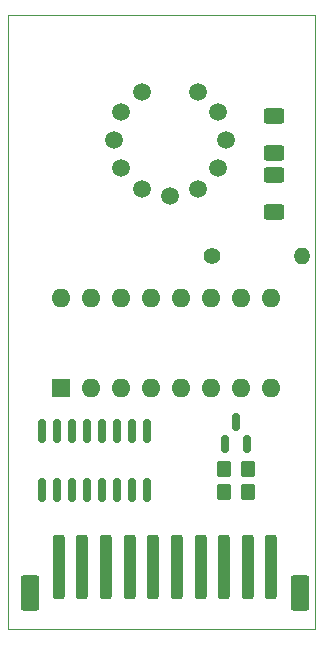
<source format=gbs>
G04 #@! TF.GenerationSoftware,KiCad,Pcbnew,(6.0.0)*
G04 #@! TF.CreationDate,2022-01-19T21:14:50+07:00*
G04 #@! TF.ProjectId,NixieClock,4e697869-6543-46c6-9f63-6b2e6b696361,rev?*
G04 #@! TF.SameCoordinates,Original*
G04 #@! TF.FileFunction,Soldermask,Bot*
G04 #@! TF.FilePolarity,Negative*
%FSLAX46Y46*%
G04 Gerber Fmt 4.6, Leading zero omitted, Abs format (unit mm)*
G04 Created by KiCad (PCBNEW (6.0.0)) date 2022-01-19 21:14:50*
%MOMM*%
%LPD*%
G01*
G04 APERTURE LIST*
G04 Aperture macros list*
%AMRoundRect*
0 Rectangle with rounded corners*
0 $1 Rounding radius*
0 $2 $3 $4 $5 $6 $7 $8 $9 X,Y pos of 4 corners*
0 Add a 4 corners polygon primitive as box body*
4,1,4,$2,$3,$4,$5,$6,$7,$8,$9,$2,$3,0*
0 Add four circle primitives for the rounded corners*
1,1,$1+$1,$2,$3*
1,1,$1+$1,$4,$5*
1,1,$1+$1,$6,$7*
1,1,$1+$1,$8,$9*
0 Add four rect primitives between the rounded corners*
20,1,$1+$1,$2,$3,$4,$5,0*
20,1,$1+$1,$4,$5,$6,$7,0*
20,1,$1+$1,$6,$7,$8,$9,0*
20,1,$1+$1,$8,$9,$2,$3,0*%
G04 Aperture macros list end*
G04 #@! TA.AperFunction,Profile*
%ADD10C,0.050000*%
G04 #@! TD*
%ADD11C,1.500000*%
%ADD12R,1.600000X1.600000*%
%ADD13O,1.600000X1.600000*%
%ADD14C,1.400000*%
%ADD15O,1.400000X1.400000*%
%ADD16RoundRect,0.150000X0.150000X-0.587500X0.150000X0.587500X-0.150000X0.587500X-0.150000X-0.587500X0*%
%ADD17RoundRect,0.250000X-0.350000X-0.450000X0.350000X-0.450000X0.350000X0.450000X-0.350000X0.450000X0*%
%ADD18RoundRect,0.250000X-0.250000X-2.500000X0.250000X-2.500000X0.250000X2.500000X-0.250000X2.500000X0*%
%ADD19RoundRect,0.250000X-0.550000X-1.250000X0.550000X-1.250000X0.550000X1.250000X-0.550000X1.250000X0*%
%ADD20RoundRect,0.150000X-0.150000X0.825000X-0.150000X-0.825000X0.150000X-0.825000X0.150000X0.825000X0*%
%ADD21RoundRect,0.250000X-0.625000X0.400000X-0.625000X-0.400000X0.625000X-0.400000X0.625000X0.400000X0*%
%ADD22RoundRect,0.250000X0.625000X-0.400000X0.625000X0.400000X-0.625000X0.400000X-0.625000X-0.400000X0*%
G04 APERTURE END LIST*
D10*
X45700000Y-80300000D02*
X19700000Y-80300000D01*
X19700000Y-80300000D02*
X19700000Y-28300000D01*
X19700000Y-28300000D02*
X45700000Y-28300000D01*
X45700000Y-28300000D02*
X45700000Y-80300000D01*
D11*
X31025000Y-34786000D03*
X29286190Y-36524671D03*
X28649671Y-38899810D03*
X29286000Y-41275000D03*
X31024671Y-43013810D03*
X33399810Y-43650329D03*
X35775000Y-43014000D03*
X37513810Y-41275329D03*
X38150329Y-38900190D03*
X37514000Y-36525000D03*
X35775329Y-34786190D03*
D12*
X24225000Y-59900000D03*
D13*
X26765000Y-59900000D03*
X29305000Y-59900000D03*
X31845000Y-59900000D03*
X34385000Y-59900000D03*
X36925000Y-59900000D03*
X39465000Y-59900000D03*
X42005000Y-59900000D03*
X42005000Y-52280000D03*
X39465000Y-52280000D03*
X36925000Y-52280000D03*
X34385000Y-52280000D03*
X31845000Y-52280000D03*
X29305000Y-52280000D03*
X26765000Y-52280000D03*
X24225000Y-52280000D03*
D14*
X36990000Y-48700000D03*
D15*
X44610000Y-48700000D03*
D16*
X39950000Y-64637500D03*
X38050000Y-64637500D03*
X39000000Y-62762500D03*
D17*
X38000000Y-68700000D03*
X40000000Y-68700000D03*
D18*
X24000000Y-75000000D03*
X26000000Y-75000000D03*
X28000000Y-75000000D03*
X30000000Y-75000000D03*
X32000000Y-75000000D03*
X34000000Y-75000000D03*
X36000000Y-75000000D03*
X38000000Y-75000000D03*
X40000000Y-75000000D03*
X42000000Y-75000000D03*
D19*
X21600000Y-77250000D03*
X44400000Y-77250000D03*
D17*
X38000000Y-66700000D03*
X40000000Y-66700000D03*
D20*
X22555000Y-63525000D03*
X23825000Y-63525000D03*
X25095000Y-63525000D03*
X26365000Y-63525000D03*
X27635000Y-63525000D03*
X28905000Y-63525000D03*
X30175000Y-63525000D03*
X31445000Y-63525000D03*
X31445000Y-68475000D03*
X30175000Y-68475000D03*
X28905000Y-68475000D03*
X27635000Y-68475000D03*
X26365000Y-68475000D03*
X25095000Y-68475000D03*
X23825000Y-68475000D03*
X22555000Y-68475000D03*
D21*
X42200000Y-41850000D03*
X42200000Y-44950000D03*
D22*
X42200000Y-39950000D03*
X42200000Y-36850000D03*
M02*

</source>
